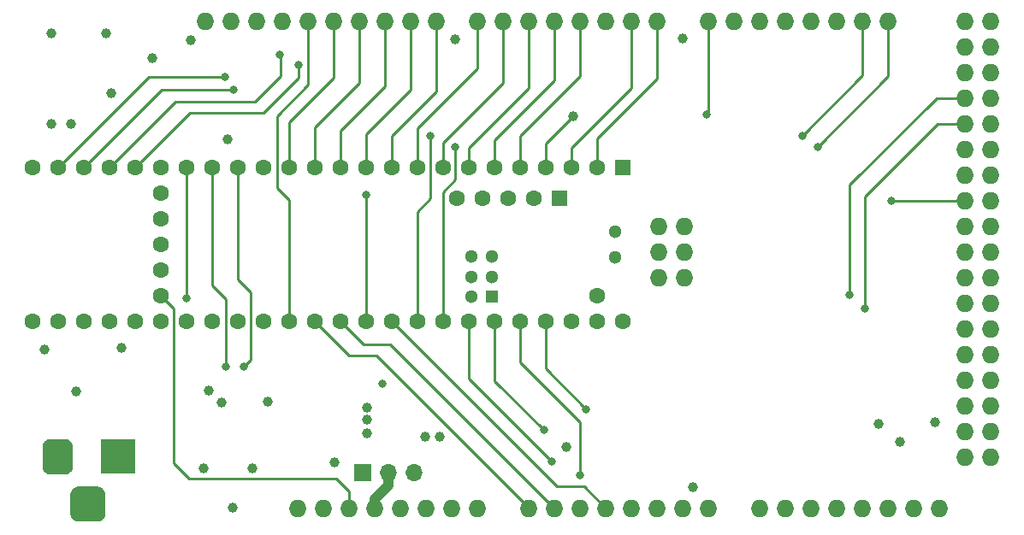
<source format=gbr>
G04 #@! TF.GenerationSoftware,KiCad,Pcbnew,(5.1.5)-3*
G04 #@! TF.CreationDate,2020-10-16T19:19:18-07:00*
G04 #@! TF.ProjectId,teensy4_ramps,7465656e-7379-4345-9f72-616d70732e6b,rev?*
G04 #@! TF.SameCoordinates,Original*
G04 #@! TF.FileFunction,Copper,L4,Bot*
G04 #@! TF.FilePolarity,Positive*
%FSLAX46Y46*%
G04 Gerber Fmt 4.6, Leading zero omitted, Abs format (unit mm)*
G04 Created by KiCad (PCBNEW (5.1.5)-3) date 2020-10-16 19:19:18*
%MOMM*%
%LPD*%
G04 APERTURE LIST*
%ADD10O,1.727200X1.727200*%
%ADD11O,1.700000X1.700000*%
%ADD12R,1.700000X1.700000*%
%ADD13C,1.300000*%
%ADD14C,1.600000*%
%ADD15R,1.300000X1.300000*%
%ADD16R,1.600000X1.600000*%
%ADD17C,0.100000*%
%ADD18R,3.500000X3.500000*%
%ADD19C,1.000000*%
%ADD20C,0.800000*%
%ADD21C,0.250000*%
%ADD22C,1.000000*%
G04 APERTURE END LIST*
D10*
X165124800Y-73649600D03*
X198017800Y-96509600D03*
X195477800Y-96509600D03*
X198017800Y-93969600D03*
X195477800Y-93969600D03*
X198017800Y-91429600D03*
X195477800Y-91429600D03*
X198017800Y-88889600D03*
X195477800Y-88889600D03*
X198017800Y-86349600D03*
X195477800Y-86349600D03*
X198017800Y-83809600D03*
X195477800Y-83809600D03*
X198017800Y-81269600D03*
X195477800Y-81269600D03*
X198017800Y-78729600D03*
X195477800Y-78729600D03*
X198017800Y-76189600D03*
X195477800Y-76189600D03*
X198017800Y-73649600D03*
X195477800Y-73649600D03*
X198017800Y-71109600D03*
X195477800Y-71109600D03*
X198017800Y-68569600D03*
X195477800Y-68569600D03*
X198017800Y-66029600D03*
X195477800Y-66029600D03*
X198017800Y-63489600D03*
X195477800Y-63489600D03*
X198017800Y-60949600D03*
X195477800Y-60949600D03*
X198017800Y-58409600D03*
X195477800Y-58409600D03*
X198017800Y-55869600D03*
X195477800Y-55869600D03*
X198017800Y-53329600D03*
X195477800Y-53329600D03*
X192937800Y-101589600D03*
X190397800Y-101589600D03*
X187857800Y-101589600D03*
X185317800Y-101589600D03*
X182777800Y-101589600D03*
X180237800Y-101589600D03*
X177697800Y-101589600D03*
X175157800Y-101589600D03*
X170077800Y-101589600D03*
X167537800Y-101589600D03*
X164997800Y-101589600D03*
X162457800Y-101589600D03*
X159917800Y-101589600D03*
X157377800Y-101589600D03*
X154837800Y-101589600D03*
X129437800Y-101589600D03*
X135533800Y-53329600D03*
X132993800Y-53329600D03*
X130453800Y-53329600D03*
X125373800Y-53329600D03*
X122833800Y-53329600D03*
X120293800Y-53329600D03*
X138073800Y-53329600D03*
X140613800Y-53329600D03*
X143153800Y-53329600D03*
X127913800Y-53329600D03*
X147217800Y-53329600D03*
X149757800Y-53329600D03*
X152297800Y-53329600D03*
X154837800Y-53329600D03*
X157377800Y-53329600D03*
X159917800Y-53329600D03*
X162457800Y-53329600D03*
X164997800Y-53329600D03*
X170077800Y-53329600D03*
X172617800Y-53329600D03*
X175157800Y-53329600D03*
X177697800Y-53329600D03*
X180237800Y-53329600D03*
X182777800Y-53329600D03*
X185317800Y-53329600D03*
X187857800Y-53329600D03*
X131977800Y-101589600D03*
X134517800Y-101589600D03*
X137057800Y-101589600D03*
X139597800Y-101589600D03*
X142137800Y-101589600D03*
X144677800Y-101589600D03*
X147217800Y-101589600D03*
X152297800Y-101589600D03*
X167664800Y-73649600D03*
X165124800Y-76189600D03*
X167664800Y-76189600D03*
X167664800Y-78729600D03*
X165124800Y-78729600D03*
D11*
X140970000Y-98044000D03*
X138430000Y-98044000D03*
D12*
X135890000Y-98044000D03*
D13*
X160864800Y-76733400D03*
X160864800Y-74193400D03*
D14*
X115874800Y-80543400D03*
X115874800Y-78003400D03*
X115874800Y-75463400D03*
X115874800Y-72923400D03*
X115874800Y-70383400D03*
D13*
X148624800Y-76645000D03*
X146624800Y-76645000D03*
X146624800Y-78645000D03*
X148624800Y-78645000D03*
X146624800Y-80645000D03*
D15*
X148624800Y-80645000D03*
D14*
X120954800Y-67843400D03*
X118414800Y-67843400D03*
X115874800Y-67843400D03*
X113334800Y-67843400D03*
X123494800Y-67843400D03*
X126034800Y-67843400D03*
X128574800Y-67843400D03*
X110794800Y-67843400D03*
X108254800Y-67843400D03*
X105714800Y-67843400D03*
X103174800Y-67843400D03*
X103174800Y-83083400D03*
X105714800Y-83083400D03*
X108254800Y-83083400D03*
X110794800Y-83083400D03*
X113334800Y-83083400D03*
X115874800Y-83083400D03*
X118414800Y-83083400D03*
X120954800Y-83083400D03*
X123494800Y-83083400D03*
X126034800Y-83083400D03*
X131114800Y-67843400D03*
X133654800Y-67843400D03*
X136194800Y-67843400D03*
X138734800Y-67843400D03*
X141274800Y-67843400D03*
X143814800Y-67843400D03*
X146354800Y-67843400D03*
X148894800Y-67843400D03*
X151434800Y-67843400D03*
X153974800Y-67843400D03*
X156514800Y-67843400D03*
X159054800Y-67843400D03*
D16*
X161594800Y-67843400D03*
D14*
X128574800Y-83083400D03*
X131114800Y-83083400D03*
X133654800Y-83083400D03*
X136194800Y-83083400D03*
X138734800Y-83083400D03*
X141274800Y-83083400D03*
X143814800Y-83083400D03*
X146354800Y-83083400D03*
X148894800Y-83083400D03*
X151434800Y-83083400D03*
X153974800Y-83083400D03*
X156514800Y-83083400D03*
X159054800Y-83083400D03*
X161594800Y-83083400D03*
D16*
X155295600Y-70894200D03*
D14*
X152755600Y-70894200D03*
X150215600Y-70894200D03*
X147675600Y-70894200D03*
X145135600Y-70894200D03*
X159054800Y-80543400D03*
G04 #@! TA.AperFunction,ComponentPad*
D17*
G36*
X109624765Y-99423413D02*
G01*
X109709704Y-99436013D01*
X109792999Y-99456877D01*
X109873848Y-99485805D01*
X109951472Y-99522519D01*
X110025124Y-99566664D01*
X110094094Y-99617816D01*
X110157718Y-99675482D01*
X110215384Y-99739106D01*
X110266536Y-99808076D01*
X110310681Y-99881728D01*
X110347395Y-99959352D01*
X110376323Y-100040201D01*
X110397187Y-100123496D01*
X110409787Y-100208435D01*
X110414000Y-100294200D01*
X110414000Y-102044200D01*
X110409787Y-102129965D01*
X110397187Y-102214904D01*
X110376323Y-102298199D01*
X110347395Y-102379048D01*
X110310681Y-102456672D01*
X110266536Y-102530324D01*
X110215384Y-102599294D01*
X110157718Y-102662918D01*
X110094094Y-102720584D01*
X110025124Y-102771736D01*
X109951472Y-102815881D01*
X109873848Y-102852595D01*
X109792999Y-102881523D01*
X109709704Y-102902387D01*
X109624765Y-102914987D01*
X109539000Y-102919200D01*
X107789000Y-102919200D01*
X107703235Y-102914987D01*
X107618296Y-102902387D01*
X107535001Y-102881523D01*
X107454152Y-102852595D01*
X107376528Y-102815881D01*
X107302876Y-102771736D01*
X107233906Y-102720584D01*
X107170282Y-102662918D01*
X107112616Y-102599294D01*
X107061464Y-102530324D01*
X107017319Y-102456672D01*
X106980605Y-102379048D01*
X106951677Y-102298199D01*
X106930813Y-102214904D01*
X106918213Y-102129965D01*
X106914000Y-102044200D01*
X106914000Y-100294200D01*
X106918213Y-100208435D01*
X106930813Y-100123496D01*
X106951677Y-100040201D01*
X106980605Y-99959352D01*
X107017319Y-99881728D01*
X107061464Y-99808076D01*
X107112616Y-99739106D01*
X107170282Y-99675482D01*
X107233906Y-99617816D01*
X107302876Y-99566664D01*
X107376528Y-99522519D01*
X107454152Y-99485805D01*
X107535001Y-99456877D01*
X107618296Y-99436013D01*
X107703235Y-99423413D01*
X107789000Y-99419200D01*
X109539000Y-99419200D01*
X109624765Y-99423413D01*
G37*
G04 #@! TD.AperFunction*
G04 #@! TA.AperFunction,ComponentPad*
G36*
X106487513Y-94722811D02*
G01*
X106560318Y-94733611D01*
X106631714Y-94751495D01*
X106701013Y-94776290D01*
X106767548Y-94807759D01*
X106830678Y-94845598D01*
X106889795Y-94889442D01*
X106944330Y-94938870D01*
X106993758Y-94993405D01*
X107037602Y-95052522D01*
X107075441Y-95115652D01*
X107106910Y-95182187D01*
X107131705Y-95251486D01*
X107149589Y-95322882D01*
X107160389Y-95395687D01*
X107164000Y-95469200D01*
X107164000Y-97469200D01*
X107160389Y-97542713D01*
X107149589Y-97615518D01*
X107131705Y-97686914D01*
X107106910Y-97756213D01*
X107075441Y-97822748D01*
X107037602Y-97885878D01*
X106993758Y-97944995D01*
X106944330Y-97999530D01*
X106889795Y-98048958D01*
X106830678Y-98092802D01*
X106767548Y-98130641D01*
X106701013Y-98162110D01*
X106631714Y-98186905D01*
X106560318Y-98204789D01*
X106487513Y-98215589D01*
X106414000Y-98219200D01*
X104914000Y-98219200D01*
X104840487Y-98215589D01*
X104767682Y-98204789D01*
X104696286Y-98186905D01*
X104626987Y-98162110D01*
X104560452Y-98130641D01*
X104497322Y-98092802D01*
X104438205Y-98048958D01*
X104383670Y-97999530D01*
X104334242Y-97944995D01*
X104290398Y-97885878D01*
X104252559Y-97822748D01*
X104221090Y-97756213D01*
X104196295Y-97686914D01*
X104178411Y-97615518D01*
X104167611Y-97542713D01*
X104164000Y-97469200D01*
X104164000Y-95469200D01*
X104167611Y-95395687D01*
X104178411Y-95322882D01*
X104196295Y-95251486D01*
X104221090Y-95182187D01*
X104252559Y-95115652D01*
X104290398Y-95052522D01*
X104334242Y-94993405D01*
X104383670Y-94938870D01*
X104438205Y-94889442D01*
X104497322Y-94845598D01*
X104560452Y-94807759D01*
X104626987Y-94776290D01*
X104696286Y-94751495D01*
X104767682Y-94733611D01*
X104840487Y-94722811D01*
X104914000Y-94719200D01*
X106414000Y-94719200D01*
X106487513Y-94722811D01*
G37*
G04 #@! TD.AperFunction*
D18*
X111664000Y-96469200D03*
D19*
X120091200Y-97663000D03*
X126500000Y-91000000D03*
X121900000Y-91100000D03*
X142000000Y-94500000D03*
X143500000Y-94500000D03*
X110500000Y-54500000D03*
X105000000Y-54500000D03*
X105000000Y-63500000D03*
X107000000Y-63500000D03*
X111000000Y-60500000D03*
X107500000Y-90000000D03*
X123000000Y-101500000D03*
X156000000Y-95500000D03*
X168500000Y-99500000D03*
X189000000Y-95000000D03*
X167500000Y-55000000D03*
X122500000Y-65000000D03*
D20*
X137800000Y-89250000D03*
D19*
X133096000Y-97028000D03*
X120600000Y-89900000D03*
X145034000Y-55118000D03*
X186944000Y-93218000D03*
X192532000Y-93091000D03*
X118872000Y-55245000D03*
X112014000Y-85725000D03*
X104394000Y-85852000D03*
X124968000Y-97663000D03*
X115000000Y-57000000D03*
D20*
X122301000Y-87553800D03*
X118440200Y-80772000D03*
X129489200Y-57683400D03*
X124053600Y-87579200D03*
X127685800Y-56667400D03*
X123063000Y-60096400D03*
X188188600Y-71120000D03*
X122250200Y-58851800D03*
X184073800Y-80467200D03*
X169926000Y-62585600D03*
D19*
X156718000Y-62738000D03*
D20*
X136194800Y-70535800D03*
X142570200Y-64719200D03*
X179349400Y-64668400D03*
X145034000Y-65786000D03*
X180873400Y-65786000D03*
X154584400Y-96977200D03*
X153771600Y-93853000D03*
X157377800Y-98272600D03*
X157988000Y-91770200D03*
X185597800Y-81788000D03*
D19*
X136245600Y-92837000D03*
X136245600Y-94132400D03*
X136271000Y-91643200D03*
D21*
X115874800Y-80543400D02*
X117144800Y-81813400D01*
X117144800Y-81813400D02*
X117144800Y-97155000D01*
X117144800Y-97155000D02*
X118668800Y-98679000D01*
X118668800Y-98679000D02*
X133248400Y-98679000D01*
X134517800Y-99948400D02*
X134517800Y-101589600D01*
X133248400Y-98679000D02*
X134517800Y-99948400D01*
X122301000Y-87553800D02*
X122275600Y-87528400D01*
X122275600Y-87528400D02*
X122275600Y-80848200D01*
X122275600Y-80848200D02*
X120954800Y-79527400D01*
X120954800Y-79527400D02*
X120954800Y-67843400D01*
X118414800Y-67843400D02*
X118414800Y-80746600D01*
X118414800Y-80746600D02*
X118440200Y-80772000D01*
X126060200Y-62382400D02*
X129489200Y-58953400D01*
X129489200Y-58953400D02*
X129489200Y-57683400D01*
X113334800Y-67843400D02*
X118795800Y-62382400D01*
X118795800Y-62382400D02*
X126060200Y-62382400D01*
X123494800Y-67843400D02*
X123494800Y-78917800D01*
X123494800Y-78917800D02*
X124739400Y-80162400D01*
X124739400Y-80162400D02*
X124739400Y-86893400D01*
X124739400Y-86893400D02*
X124053600Y-87579200D01*
X128574800Y-67843400D02*
X128574800Y-63347600D01*
X132993800Y-58928600D02*
X132993800Y-53329600D01*
X128574800Y-63347600D02*
X132993800Y-58928600D01*
X110794800Y-67843400D02*
X117348000Y-61290200D01*
X117348000Y-61290200D02*
X124256800Y-61290200D01*
X124256800Y-61290200D02*
X125222000Y-61290200D01*
X125222000Y-61290200D02*
X127711200Y-58801000D01*
X127711200Y-58801000D02*
X127711200Y-56692800D01*
X127711200Y-56692800D02*
X127685800Y-56667400D01*
X108254800Y-67843400D02*
X115976400Y-60121800D01*
X115976400Y-60121800D02*
X123037600Y-60121800D01*
X123037600Y-60121800D02*
X123063000Y-60096400D01*
X195467400Y-71120000D02*
X195477800Y-71109600D01*
X188188600Y-71120000D02*
X195467400Y-71120000D01*
X105714800Y-67843400D02*
X114706400Y-58851800D01*
X114706400Y-58851800D02*
X122250200Y-58851800D01*
X195477800Y-60949600D02*
X192669400Y-60949600D01*
X192669400Y-60949600D02*
X184073800Y-69545200D01*
X184073800Y-69545200D02*
X184073800Y-80467200D01*
X131114800Y-67843400D02*
X131114800Y-63855600D01*
X135533800Y-59436600D02*
X135533800Y-53329600D01*
X131114800Y-63855600D02*
X135533800Y-59436600D01*
X133654800Y-67843400D02*
X133654800Y-64185800D01*
X138073800Y-59766800D02*
X138073800Y-53329600D01*
X133654800Y-64185800D02*
X138073800Y-59766800D01*
X136194800Y-67843400D02*
X136194800Y-64541400D01*
X140613800Y-60122400D02*
X140613800Y-53329600D01*
X136194800Y-64541400D02*
X140613800Y-60122400D01*
X138734800Y-67843400D02*
X138734800Y-64693800D01*
X143153800Y-60274800D02*
X143153800Y-53329600D01*
X138734800Y-64693800D02*
X143153800Y-60274800D01*
X147217800Y-58014200D02*
X147217800Y-53329600D01*
X141274800Y-67843400D02*
X141274800Y-63957200D01*
X141274800Y-63957200D02*
X147217800Y-58014200D01*
X149757800Y-59436600D02*
X149757800Y-53329600D01*
X143814800Y-67843400D02*
X143814800Y-65379600D01*
X143814800Y-65379600D02*
X149757800Y-59436600D01*
X146354800Y-67843400D02*
X146354800Y-65887600D01*
X152297800Y-59944600D02*
X152297800Y-53329600D01*
X146354800Y-65887600D02*
X152297800Y-59944600D01*
X148894800Y-67843400D02*
X148894800Y-65100200D01*
X154837800Y-59157200D02*
X154837800Y-53329600D01*
X148894800Y-65100200D02*
X154837800Y-59157200D01*
X170077800Y-62433800D02*
X169926000Y-62585600D01*
X170077800Y-53329600D02*
X170077800Y-62433800D01*
X153974800Y-67843400D02*
X153974800Y-65481200D01*
X153974800Y-65481200D02*
X156718000Y-62738000D01*
X151434800Y-67843400D02*
X151434800Y-64719200D01*
X157377800Y-58776200D02*
X157377800Y-53329600D01*
X151434800Y-64719200D02*
X157377800Y-58776200D01*
X156514800Y-67843400D02*
X156514800Y-65913000D01*
X162457800Y-59970000D02*
X162457800Y-53329600D01*
X156514800Y-65913000D02*
X162457800Y-59970000D01*
X159054800Y-67843400D02*
X159054800Y-64922400D01*
X164997800Y-58979400D02*
X164997800Y-53329600D01*
X159054800Y-64922400D02*
X164997800Y-58979400D01*
X128574800Y-83083400D02*
X128574800Y-71069200D01*
X128574800Y-71069200D02*
X127355600Y-69850000D01*
X127355600Y-69850000D02*
X127355600Y-62712600D01*
X130453800Y-59614400D02*
X130453800Y-53329600D01*
X127355600Y-62712600D02*
X130453800Y-59614400D01*
X152297800Y-101548600D02*
X152297800Y-101589600D01*
X137236200Y-86487000D02*
X152297800Y-101548600D01*
X131114800Y-83083400D02*
X134518400Y-86487000D01*
X134518400Y-86487000D02*
X137236200Y-86487000D01*
X138557000Y-85344000D02*
X154802600Y-101589600D01*
X154802600Y-101589600D02*
X154837800Y-101589600D01*
X133654800Y-83083400D02*
X135915400Y-85344000D01*
X135915400Y-85344000D02*
X138557000Y-85344000D01*
X136194800Y-83083400D02*
X136194800Y-70535800D01*
X159908000Y-101589600D02*
X159917800Y-101589600D01*
X157759400Y-99441000D02*
X159908000Y-101589600D01*
X138734800Y-83083400D02*
X155092400Y-99441000D01*
X155092400Y-99441000D02*
X157759400Y-99441000D01*
X141274800Y-83083400D02*
X141274800Y-72186800D01*
X141274800Y-72186800D02*
X142570200Y-70891400D01*
X142570200Y-70891400D02*
X142570200Y-64719200D01*
X185317800Y-58700000D02*
X185317800Y-53329600D01*
X179349400Y-64668400D02*
X185317800Y-58700000D01*
X143814800Y-83083400D02*
X143814800Y-70256400D01*
X143814800Y-70256400D02*
X145034000Y-69037200D01*
X145034000Y-69037200D02*
X145034000Y-65786000D01*
X187857800Y-53329600D02*
X187857800Y-58776200D01*
X187857800Y-58776200D02*
X180873400Y-65760600D01*
X180873400Y-65760600D02*
X180873400Y-65786000D01*
X154584400Y-96977200D02*
X146354800Y-88747600D01*
X146354800Y-88747600D02*
X146354800Y-83083400D01*
X148894800Y-88976200D02*
X148894800Y-83083400D01*
X153771600Y-93853000D02*
X148894800Y-88976200D01*
X151434800Y-87122000D02*
X151434800Y-83083400D01*
X157377800Y-93065000D02*
X151434800Y-87122000D01*
X157377800Y-98272600D02*
X157377800Y-93065000D01*
X153974800Y-87757000D02*
X153974800Y-83083400D01*
X157988000Y-91770200D02*
X153974800Y-87757000D01*
X185597800Y-70662800D02*
X192771000Y-63489600D01*
X185597800Y-81788000D02*
X185597800Y-70662800D01*
X192771000Y-63489600D02*
X195477800Y-63489600D01*
D22*
X139597800Y-101589600D02*
X139700000Y-101487400D01*
X137057800Y-101589600D02*
X137057800Y-100686200D01*
X138430000Y-99314000D02*
X138430000Y-98044000D01*
X137057800Y-100686200D02*
X138430000Y-99314000D01*
M02*

</source>
